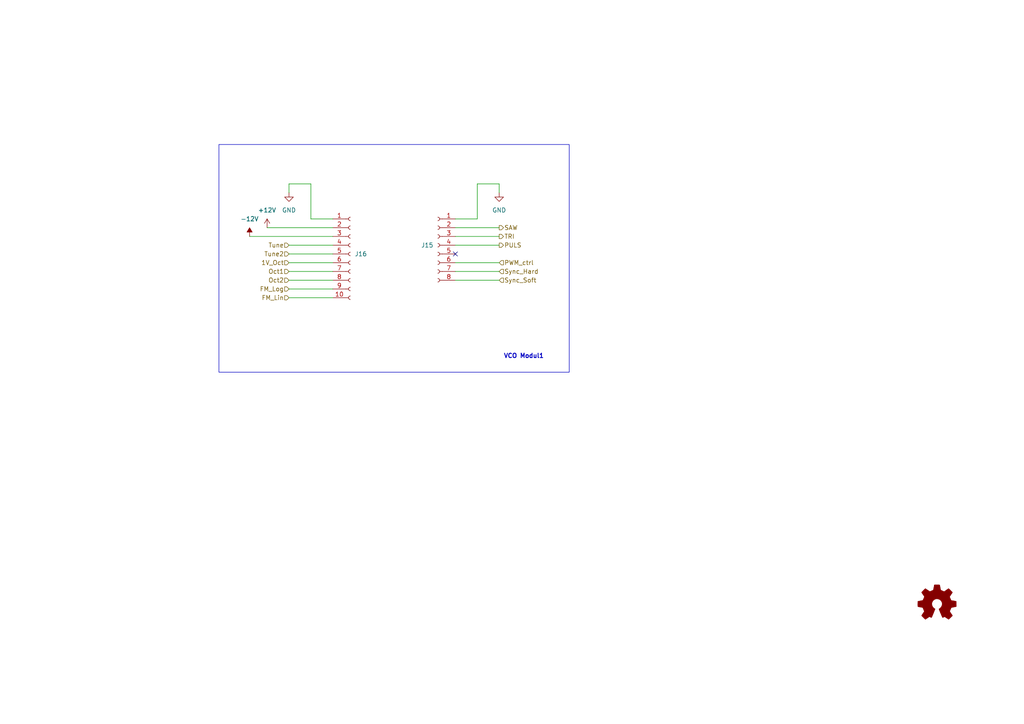
<source format=kicad_sch>
(kicad_sch (version 20230121) (generator eeschema)

  (uuid 901bff12-052e-4ac8-802d-37d12192a10c)

  (paper "A4")

  (title_block
    (title "2MoreVO")
    (date "2024-07-09")
    (rev "1.0")
    (company "ImooDi")
    (comment 1 "CC BY-NC-SA")
  )

  (lib_symbols
    (symbol "Graphic:Logo_Open_Hardware_Small" (in_bom no) (on_board no)
      (property "Reference" "#SYM" (at 0 6.985 0)
        (effects (font (size 1.27 1.27)) hide)
      )
      (property "Value" "Logo_Open_Hardware_Small" (at 0 -5.715 0)
        (effects (font (size 1.27 1.27)) hide)
      )
      (property "Footprint" "" (at 0 0 0)
        (effects (font (size 1.27 1.27)) hide)
      )
      (property "Datasheet" "~" (at 0 0 0)
        (effects (font (size 1.27 1.27)) hide)
      )
      (property "Sim.Enable" "0" (at 0 0 0)
        (effects (font (size 1.27 1.27)) hide)
      )
      (property "ki_keywords" "Logo" (at 0 0 0)
        (effects (font (size 1.27 1.27)) hide)
      )
      (property "ki_description" "Open Hardware logo, small" (at 0 0 0)
        (effects (font (size 1.27 1.27)) hide)
      )
      (symbol "Logo_Open_Hardware_Small_0_1"
        (polyline
          (pts
            (xy 3.3528 -4.3434)
            (xy 3.302 -4.318)
            (xy 3.175 -4.2418)
            (xy 2.9972 -4.1148)
            (xy 2.7686 -3.9624)
            (xy 2.54 -3.81)
            (xy 2.3622 -3.7084)
            (xy 2.2352 -3.6068)
            (xy 2.1844 -3.5814)
            (xy 2.159 -3.6068)
            (xy 2.0574 -3.6576)
            (xy 1.905 -3.7338)
            (xy 1.8034 -3.7846)
            (xy 1.6764 -3.8354)
            (xy 1.6002 -3.8354)
            (xy 1.6002 -3.8354)
            (xy 1.5494 -3.7338)
            (xy 1.4732 -3.5306)
            (xy 1.3462 -3.302)
            (xy 1.2446 -3.0226)
            (xy 1.1176 -2.7178)
            (xy 0.9652 -2.413)
            (xy 0.8636 -2.1082)
            (xy 0.7366 -1.8288)
            (xy 0.6604 -1.6256)
            (xy 0.6096 -1.4732)
            (xy 0.5842 -1.397)
            (xy 0.5842 -1.397)
            (xy 0.6604 -1.3208)
            (xy 0.7874 -1.2446)
            (xy 1.0414 -1.016)
            (xy 1.2954 -0.6858)
            (xy 1.4478 -0.3302)
            (xy 1.524 0.0762)
            (xy 1.4732 0.4572)
            (xy 1.3208 0.8128)
            (xy 1.0668 1.143)
            (xy 0.762 1.3716)
            (xy 0.4064 1.524)
            (xy 0 1.5748)
            (xy -0.381 1.5494)
            (xy -0.7366 1.397)
            (xy -1.0668 1.143)
            (xy -1.2192 0.9906)
            (xy -1.397 0.6604)
            (xy -1.524 0.3048)
            (xy -1.524 0.2286)
            (xy -1.4986 -0.1778)
            (xy -1.397 -0.5334)
            (xy -1.1938 -0.8636)
            (xy -0.9144 -1.143)
            (xy -0.8636 -1.1684)
            (xy -0.7366 -1.27)
            (xy -0.635 -1.3462)
            (xy -0.5842 -1.397)
            (xy -1.0668 -2.5908)
            (xy -1.143 -2.794)
            (xy -1.2954 -3.1242)
            (xy -1.397 -3.4036)
            (xy -1.4986 -3.6322)
            (xy -1.5748 -3.7846)
            (xy -1.6002 -3.8354)
            (xy -1.6002 -3.8354)
            (xy -1.651 -3.8354)
            (xy -1.7272 -3.81)
            (xy -1.905 -3.7338)
            (xy -2.0066 -3.683)
            (xy -2.1336 -3.6068)
            (xy -2.2098 -3.5814)
            (xy -2.2606 -3.6068)
            (xy -2.3622 -3.683)
            (xy -2.54 -3.81)
            (xy -2.7686 -3.9624)
            (xy -2.9718 -4.0894)
            (xy -3.1496 -4.2164)
            (xy -3.302 -4.318)
            (xy -3.3528 -4.3434)
            (xy -3.3782 -4.3434)
            (xy -3.429 -4.318)
            (xy -3.5306 -4.2164)
            (xy -3.7084 -4.064)
            (xy -3.937 -3.8354)
            (xy -3.9624 -3.81)
            (xy -4.1656 -3.6068)
            (xy -4.318 -3.4544)
            (xy -4.4196 -3.3274)
            (xy -4.445 -3.2766)
            (xy -4.445 -3.2766)
            (xy -4.4196 -3.2258)
            (xy -4.318 -3.0734)
            (xy -4.2164 -2.8956)
            (xy -4.064 -2.667)
            (xy -3.6576 -2.0828)
            (xy -3.8862 -1.5494)
            (xy -3.937 -1.3716)
            (xy -4.0386 -1.1684)
            (xy -4.0894 -1.0414)
            (xy -4.1148 -0.9652)
            (xy -4.191 -0.9398)
            (xy -4.318 -0.9144)
            (xy -4.5466 -0.8636)
            (xy -4.8006 -0.8128)
            (xy -5.0546 -0.7874)
            (xy -5.2578 -0.7366)
            (xy -5.4356 -0.7112)
            (xy -5.5118 -0.6858)
            (xy -5.5118 -0.6858)
            (xy -5.5372 -0.635)
            (xy -5.5372 -0.5588)
            (xy -5.5372 -0.4318)
            (xy -5.5626 -0.2286)
            (xy -5.5626 0.0762)
            (xy -5.5626 0.127)
            (xy -5.5372 0.4064)
            (xy -5.5372 0.635)
            (xy -5.5372 0.762)
            (xy -5.5372 0.8382)
            (xy -5.5372 0.8382)
            (xy -5.461 0.8382)
            (xy -5.3086 0.889)
            (xy -5.08 0.9144)
            (xy -4.826 0.9652)
            (xy -4.8006 0.9906)
            (xy -4.5466 1.0414)
            (xy -4.318 1.0668)
            (xy -4.1656 1.1176)
            (xy -4.0894 1.143)
            (xy -4.0894 1.143)
            (xy -4.0386 1.2446)
            (xy -3.9624 1.4224)
            (xy -3.8608 1.6256)
            (xy -3.7846 1.8288)
            (xy -3.7084 2.0066)
            (xy -3.6576 2.159)
            (xy -3.6322 2.2098)
            (xy -3.6322 2.2098)
            (xy -3.683 2.286)
            (xy -3.7592 2.413)
            (xy -3.8862 2.5908)
            (xy -4.064 2.8194)
            (xy -4.064 2.8448)
            (xy -4.2164 3.0734)
            (xy -4.3434 3.2512)
            (xy -4.4196 3.3782)
            (xy -4.445 3.4544)
            (xy -4.445 3.4544)
            (xy -4.3942 3.5052)
            (xy -4.2926 3.6322)
            (xy -4.1148 3.81)
            (xy -3.937 4.0132)
            (xy -3.8608 4.064)
            (xy -3.6576 4.2926)
            (xy -3.5052 4.4196)
            (xy -3.4036 4.4958)
            (xy -3.3528 4.5212)
            (xy -3.3528 4.5212)
            (xy -3.302 4.4704)
            (xy -3.1496 4.3688)
            (xy -2.9718 4.2418)
            (xy -2.7432 4.0894)
            (xy -2.7178 4.0894)
            (xy -2.4892 3.937)
            (xy -2.3114 3.81)
            (xy -2.1844 3.7084)
            (xy -2.1336 3.683)
            (xy -2.1082 3.683)
            (xy -2.032 3.7084)
            (xy -1.8542 3.7592)
            (xy -1.6764 3.8354)
            (xy -1.4732 3.937)
            (xy -1.27 4.0132)
            (xy -1.143 4.064)
            (xy -1.0668 4.1148)
            (xy -1.0668 4.1148)
            (xy -1.0414 4.191)
            (xy -1.016 4.3434)
            (xy -0.9652 4.572)
            (xy -0.9144 4.8514)
            (xy -0.889 4.9022)
            (xy -0.8382 5.1562)
            (xy -0.8128 5.3848)
            (xy -0.7874 5.5372)
            (xy -0.762 5.588)
            (xy -0.7112 5.6134)
            (xy -0.5842 5.6134)
            (xy -0.4064 5.6134)
            (xy -0.1524 5.6134)
            (xy 0.0762 5.6134)
            (xy 0.3302 5.6134)
            (xy 0.5334 5.6134)
            (xy 0.6858 5.588)
            (xy 0.7366 5.588)
            (xy 0.7366 5.588)
            (xy 0.762 5.5118)
            (xy 0.8128 5.334)
            (xy 0.8382 5.1054)
            (xy 0.9144 4.826)
            (xy 0.9144 4.7752)
            (xy 0.9652 4.5212)
            (xy 1.016 4.2926)
            (xy 1.0414 4.1402)
            (xy 1.0668 4.0894)
            (xy 1.0668 4.0894)
            (xy 1.1938 4.0386)
            (xy 1.3716 3.9624)
            (xy 1.5748 3.8608)
            (xy 2.0828 3.6576)
            (xy 2.7178 4.0894)
            (xy 2.7686 4.1402)
            (xy 2.9972 4.2926)
            (xy 3.175 4.4196)
            (xy 3.302 4.4958)
            (xy 3.3782 4.5212)
            (xy 3.3782 4.5212)
            (xy 3.429 4.4704)
            (xy 3.556 4.3434)
            (xy 3.7338 4.191)
            (xy 3.9116 3.9878)
            (xy 4.064 3.8354)
            (xy 4.2418 3.6576)
            (xy 4.3434 3.556)
            (xy 4.4196 3.4798)
            (xy 4.4196 3.429)
            (xy 4.4196 3.4036)
            (xy 4.3942 3.3274)
            (xy 4.2926 3.2004)
            (xy 4.1656 2.9972)
            (xy 4.0132 2.794)
            (xy 3.8862 2.5908)
            (xy 3.7592 2.3876)
            (xy 3.6576 2.2352)
            (xy 3.6322 2.159)
            (xy 3.6322 2.1336)
            (xy 3.683 2.0066)
            (xy 3.7592 1.8288)
            (xy 3.8608 1.6002)
            (xy 4.064 1.1176)
            (xy 4.3942 1.0414)
            (xy 4.5974 1.016)
            (xy 4.8768 0.9652)
            (xy 5.1308 0.9144)
            (xy 5.5372 0.8382)
            (xy 5.5626 -0.6604)
            (xy 5.4864 -0.6858)
            (xy 5.4356 -0.6858)
            (xy 5.2832 -0.7366)
            (xy 5.0546 -0.762)
            (xy 4.8006 -0.8128)
            (xy 4.5974 -0.8636)
            (xy 4.3688 -0.9144)
            (xy 4.2164 -0.9398)
            (xy 4.1402 -0.9398)
            (xy 4.1148 -0.9652)
            (xy 4.064 -1.0668)
            (xy 3.9878 -1.2446)
            (xy 3.9116 -1.4478)
            (xy 3.81 -1.651)
            (xy 3.7338 -1.8542)
            (xy 3.683 -2.0066)
            (xy 3.6576 -2.0828)
            (xy 3.683 -2.1336)
            (xy 3.7846 -2.2606)
            (xy 3.8862 -2.4638)
            (xy 4.0386 -2.667)
            (xy 4.191 -2.8956)
            (xy 4.318 -3.0734)
            (xy 4.3942 -3.2004)
            (xy 4.445 -3.2766)
            (xy 4.4196 -3.3274)
            (xy 4.3434 -3.429)
            (xy 4.1656 -3.5814)
            (xy 3.937 -3.8354)
            (xy 3.8862 -3.8608)
            (xy 3.683 -4.064)
            (xy 3.5306 -4.2164)
            (xy 3.4036 -4.318)
            (xy 3.3528 -4.3434)
          )
          (stroke (width 0) (type default))
          (fill (type outline))
        )
      )
    )
    (symbol "Library:Conn_01x08_Socket" (pin_names (offset 1.016) hide) (in_bom yes) (on_board yes)
      (property "Reference" "J" (at 0 10.16 0)
        (effects (font (size 1.27 1.27)))
      )
      (property "Value" "Conn_01x08_Socket" (at 0 -12.7 0)
        (effects (font (size 1.27 1.27)))
      )
      (property "Footprint" "" (at 0 0 0)
        (effects (font (size 1.27 1.27)) hide)
      )
      (property "Datasheet" "~" (at 0 0 0)
        (effects (font (size 1.27 1.27)) hide)
      )
      (property "ki_locked" "" (at 0 0 0)
        (effects (font (size 1.27 1.27)))
      )
      (property "ki_keywords" "connector" (at 0 0 0)
        (effects (font (size 1.27 1.27)) hide)
      )
      (property "ki_description" "Generic connector, single row, 01x08, script generated" (at 0 0 0)
        (effects (font (size 1.27 1.27)) hide)
      )
      (property "ki_fp_filters" "Connector*:*_1x??_*" (at 0 0 0)
        (effects (font (size 1.27 1.27)) hide)
      )
      (symbol "Conn_01x08_Socket_1_1"
        (arc (start 0 -9.652) (mid -0.5058 -10.16) (end 0 -10.668)
          (stroke (width 0.1524) (type default))
          (fill (type none))
        )
        (arc (start 0 -7.112) (mid -0.5058 -7.62) (end 0 -8.128)
          (stroke (width 0.1524) (type default))
          (fill (type none))
        )
        (arc (start 0 -4.572) (mid -0.5058 -5.08) (end 0 -5.588)
          (stroke (width 0.1524) (type default))
          (fill (type none))
        )
        (arc (start 0 -2.032) (mid -0.5058 -2.54) (end 0 -3.048)
          (stroke (width 0.1524) (type default))
          (fill (type none))
        )
        (polyline
          (pts
            (xy -1.27 -10.16)
            (xy -0.508 -10.16)
          )
          (stroke (width 0.1524) (type default))
          (fill (type none))
        )
        (polyline
          (pts
            (xy -1.27 -7.62)
            (xy -0.508 -7.62)
          )
          (stroke (width 0.1524) (type default))
          (fill (type none))
        )
        (polyline
          (pts
            (xy -1.27 -5.08)
            (xy -0.508 -5.08)
          )
          (stroke (width 0.1524) (type default))
          (fill (type none))
        )
        (polyline
          (pts
            (xy -1.27 -2.54)
            (xy -0.508 -2.54)
          )
          (stroke (width 0.1524) (type default))
          (fill (type none))
        )
        (polyline
          (pts
            (xy -1.27 0)
            (xy -0.508 0)
          )
          (stroke (width 0.1524) (type default))
          (fill (type none))
        )
        (polyline
          (pts
            (xy -1.27 2.54)
            (xy -0.508 2.54)
          )
          (stroke (width 0.1524) (type default))
          (fill (type none))
        )
        (polyline
          (pts
            (xy -1.27 5.08)
            (xy -0.508 5.08)
          )
          (stroke (width 0.1524) (type default))
          (fill (type none))
        )
        (polyline
          (pts
            (xy -1.27 7.62)
            (xy -0.508 7.62)
          )
          (stroke (width 0.1524) (type default))
          (fill (type none))
        )
        (arc (start 0 0.508) (mid -0.5058 0) (end 0 -0.508)
          (stroke (width 0.1524) (type default))
          (fill (type none))
        )
        (arc (start 0 3.048) (mid -0.5058 2.54) (end 0 2.032)
          (stroke (width 0.1524) (type default))
          (fill (type none))
        )
        (arc (start 0 5.588) (mid -0.5058 5.08) (end 0 4.572)
          (stroke (width 0.1524) (type default))
          (fill (type none))
        )
        (arc (start 0 8.128) (mid -0.5058 7.62) (end 0 7.112)
          (stroke (width 0.1524) (type default))
          (fill (type none))
        )
        (pin passive line (at -5.08 7.62 0) (length 3.81)
          (name "Pin_1" (effects (font (size 1.27 1.27))))
          (number "1" (effects (font (size 1.27 1.27))))
        )
        (pin passive line (at -5.08 5.08 0) (length 3.81)
          (name "Pin_2" (effects (font (size 1.27 1.27))))
          (number "2" (effects (font (size 1.27 1.27))))
        )
        (pin passive line (at -5.08 2.54 0) (length 3.81)
          (name "Pin_3" (effects (font (size 1.27 1.27))))
          (number "3" (effects (font (size 1.27 1.27))))
        )
        (pin passive line (at -5.08 0 0) (length 3.81)
          (name "Pin_4" (effects (font (size 1.27 1.27))))
          (number "4" (effects (font (size 1.27 1.27))))
        )
        (pin passive line (at -5.08 -2.54 0) (length 3.81)
          (name "Pin_5" (effects (font (size 1.27 1.27))))
          (number "5" (effects (font (size 1.27 1.27))))
        )
        (pin passive line (at -5.08 -5.08 0) (length 3.81)
          (name "Pin_6" (effects (font (size 1.27 1.27))))
          (number "6" (effects (font (size 1.27 1.27))))
        )
        (pin passive line (at -5.08 -7.62 0) (length 3.81)
          (name "Pin_7" (effects (font (size 1.27 1.27))))
          (number "7" (effects (font (size 1.27 1.27))))
        )
        (pin passive line (at -5.08 -10.16 0) (length 3.81)
          (name "Pin_8" (effects (font (size 1.27 1.27))))
          (number "8" (effects (font (size 1.27 1.27))))
        )
      )
    )
    (symbol "Library:Conn_01x10_Socket" (pin_names (offset 1.016) hide) (in_bom yes) (on_board yes)
      (property "Reference" "J" (at 0 12.7 0)
        (effects (font (size 1.27 1.27)))
      )
      (property "Value" "Conn_01x10_Socket" (at 0 -15.24 0)
        (effects (font (size 1.27 1.27)))
      )
      (property "Footprint" "" (at 0 0 0)
        (effects (font (size 1.27 1.27)) hide)
      )
      (property "Datasheet" "~" (at 0 0 0)
        (effects (font (size 1.27 1.27)) hide)
      )
      (property "ki_locked" "" (at 0 0 0)
        (effects (font (size 1.27 1.27)))
      )
      (property "ki_keywords" "connector" (at 0 0 0)
        (effects (font (size 1.27 1.27)) hide)
      )
      (property "ki_description" "Generic connector, single row, 01x10, script generated" (at 0 0 0)
        (effects (font (size 1.27 1.27)) hide)
      )
      (property "ki_fp_filters" "Connector*:*_1x??_*" (at 0 0 0)
        (effects (font (size 1.27 1.27)) hide)
      )
      (symbol "Conn_01x10_Socket_1_1"
        (arc (start 0 -12.192) (mid -0.5058 -12.7) (end 0 -13.208)
          (stroke (width 0.1524) (type default))
          (fill (type none))
        )
        (arc (start 0 -9.652) (mid -0.5058 -10.16) (end 0 -10.668)
          (stroke (width 0.1524) (type default))
          (fill (type none))
        )
        (arc (start 0 -7.112) (mid -0.5058 -7.62) (end 0 -8.128)
          (stroke (width 0.1524) (type default))
          (fill (type none))
        )
        (arc (start 0 -4.572) (mid -0.5058 -5.08) (end 0 -5.588)
          (stroke (width 0.1524) (type default))
          (fill (type none))
        )
        (arc (start 0 -2.032) (mid -0.5058 -2.54) (end 0 -3.048)
          (stroke (width 0.1524) (type default))
          (fill (type none))
        )
        (polyline
          (pts
            (xy -1.27 -12.7)
            (xy -0.508 -12.7)
          )
          (stroke (width 0.1524) (type default))
          (fill (type none))
        )
        (polyline
          (pts
            (xy -1.27 -10.16)
            (xy -0.508 -10.16)
          )
          (stroke (width 0.1524) (type default))
          (fill (type none))
        )
        (polyline
          (pts
            (xy -1.27 -7.62)
            (xy -0.508 -7.62)
          )
          (stroke (width 0.1524) (type default))
          (fill (type none))
        )
        (polyline
          (pts
            (xy -1.27 -5.08)
            (xy -0.508 -5.08)
          )
          (stroke (width 0.1524) (type default))
          (fill (type none))
        )
        (polyline
          (pts
            (xy -1.27 -2.54)
            (xy -0.508 -2.54)
          )
          (stroke (width 0.1524) (type default))
          (fill (type none))
        )
        (polyline
          (pts
            (xy -1.27 0)
            (xy -0.508 0)
          )
          (stroke (width 0.1524) (type default))
          (fill (type none))
        )
        (polyline
          (pts
            (xy -1.27 2.54)
            (xy -0.508 2.54)
          )
          (stroke (width 0.1524) (type default))
          (fill (type none))
        )
        (polyline
          (pts
            (xy -1.27 5.08)
            (xy -0.508 5.08)
          )
          (stroke (width 0.1524) (type default))
          (fill (type none))
        )
        (polyline
          (pts
            (xy -1.27 7.62)
            (xy -0.508 7.62)
          )
          (stroke (width 0.1524) (type default))
          (fill (type none))
        )
        (polyline
          (pts
            (xy -1.27 10.16)
            (xy -0.508 10.16)
          )
          (stroke (width 0.1524) (type default))
          (fill (type none))
        )
        (arc (start 0 0.508) (mid -0.5058 0) (end 0 -0.508)
          (stroke (width 0.1524) (type default))
          (fill (type none))
        )
        (arc (start 0 3.048) (mid -0.5058 2.54) (end 0 2.032)
          (stroke (width 0.1524) (type default))
          (fill (type none))
        )
        (arc (start 0 5.588) (mid -0.5058 5.08) (end 0 4.572)
          (stroke (width 0.1524) (type default))
          (fill (type none))
        )
        (arc (start 0 8.128) (mid -0.5058 7.62) (end 0 7.112)
          (stroke (width 0.1524) (type default))
          (fill (type none))
        )
        (arc (start 0 10.668) (mid -0.5058 10.16) (end 0 9.652)
          (stroke (width 0.1524) (type default))
          (fill (type none))
        )
        (pin passive line (at -5.08 10.16 0) (length 3.81)
          (name "Pin_1" (effects (font (size 1.27 1.27))))
          (number "1" (effects (font (size 1.27 1.27))))
        )
        (pin passive line (at -5.08 -12.7 0) (length 3.81)
          (name "Pin_10" (effects (font (size 1.27 1.27))))
          (number "10" (effects (font (size 1.27 1.27))))
        )
        (pin passive line (at -5.08 7.62 0) (length 3.81)
          (name "Pin_2" (effects (font (size 1.27 1.27))))
          (number "2" (effects (font (size 1.27 1.27))))
        )
        (pin passive line (at -5.08 5.08 0) (length 3.81)
          (name "Pin_3" (effects (font (size 1.27 1.27))))
          (number "3" (effects (font (size 1.27 1.27))))
        )
        (pin passive line (at -5.08 2.54 0) (length 3.81)
          (name "Pin_4" (effects (font (size 1.27 1.27))))
          (number "4" (effects (font (size 1.27 1.27))))
        )
        (pin passive line (at -5.08 0 0) (length 3.81)
          (name "Pin_5" (effects (font (size 1.27 1.27))))
          (number "5" (effects (font (size 1.27 1.27))))
        )
        (pin passive line (at -5.08 -2.54 0) (length 3.81)
          (name "Pin_6" (effects (font (size 1.27 1.27))))
          (number "6" (effects (font (size 1.27 1.27))))
        )
        (pin passive line (at -5.08 -5.08 0) (length 3.81)
          (name "Pin_7" (effects (font (size 1.27 1.27))))
          (number "7" (effects (font (size 1.27 1.27))))
        )
        (pin passive line (at -5.08 -7.62 0) (length 3.81)
          (name "Pin_8" (effects (font (size 1.27 1.27))))
          (number "8" (effects (font (size 1.27 1.27))))
        )
        (pin passive line (at -5.08 -10.16 0) (length 3.81)
          (name "Pin_9" (effects (font (size 1.27 1.27))))
          (number "9" (effects (font (size 1.27 1.27))))
        )
      )
    )
    (symbol "power:+12V" (power) (pin_names (offset 0)) (in_bom yes) (on_board yes)
      (property "Reference" "#PWR" (at 0 -3.81 0)
        (effects (font (size 1.27 1.27)) hide)
      )
      (property "Value" "+12V" (at 0 3.556 0)
        (effects (font (size 1.27 1.27)))
      )
      (property "Footprint" "" (at 0 0 0)
        (effects (font (size 1.27 1.27)) hide)
      )
      (property "Datasheet" "" (at 0 0 0)
        (effects (font (size 1.27 1.27)) hide)
      )
      (property "ki_keywords" "global power" (at 0 0 0)
        (effects (font (size 1.27 1.27)) hide)
      )
      (property "ki_description" "Power symbol creates a global label with name \"+12V\"" (at 0 0 0)
        (effects (font (size 1.27 1.27)) hide)
      )
      (symbol "+12V_0_1"
        (polyline
          (pts
            (xy -0.762 1.27)
            (xy 0 2.54)
          )
          (stroke (width 0) (type default))
          (fill (type none))
        )
        (polyline
          (pts
            (xy 0 0)
            (xy 0 2.54)
          )
          (stroke (width 0) (type default))
          (fill (type none))
        )
        (polyline
          (pts
            (xy 0 2.54)
            (xy 0.762 1.27)
          )
          (stroke (width 0) (type default))
          (fill (type none))
        )
      )
      (symbol "+12V_1_1"
        (pin power_in line (at 0 0 90) (length 0) hide
          (name "+12V" (effects (font (size 1.27 1.27))))
          (number "1" (effects (font (size 1.27 1.27))))
        )
      )
    )
    (symbol "power:-12V" (power) (pin_names (offset 0)) (in_bom yes) (on_board yes)
      (property "Reference" "#PWR" (at 0 2.54 0)
        (effects (font (size 1.27 1.27)) hide)
      )
      (property "Value" "-12V" (at 0 3.81 0)
        (effects (font (size 1.27 1.27)))
      )
      (property "Footprint" "" (at 0 0 0)
        (effects (font (size 1.27 1.27)) hide)
      )
      (property "Datasheet" "" (at 0 0 0)
        (effects (font (size 1.27 1.27)) hide)
      )
      (property "ki_keywords" "global power" (at 0 0 0)
        (effects (font (size 1.27 1.27)) hide)
      )
      (property "ki_description" "Power symbol creates a global label with name \"-12V\"" (at 0 0 0)
        (effects (font (size 1.27 1.27)) hide)
      )
      (symbol "-12V_0_0"
        (pin power_in line (at 0 0 90) (length 0) hide
          (name "-12V" (effects (font (size 1.27 1.27))))
          (number "1" (effects (font (size 1.27 1.27))))
        )
      )
      (symbol "-12V_0_1"
        (polyline
          (pts
            (xy 0 0)
            (xy 0 1.27)
            (xy 0.762 1.27)
            (xy 0 2.54)
            (xy -0.762 1.27)
            (xy 0 1.27)
          )
          (stroke (width 0) (type default))
          (fill (type outline))
        )
      )
    )
    (symbol "power:GND" (power) (pin_names (offset 0)) (in_bom yes) (on_board yes)
      (property "Reference" "#PWR" (at 0 -6.35 0)
        (effects (font (size 1.27 1.27)) hide)
      )
      (property "Value" "GND" (at 0 -3.81 0)
        (effects (font (size 1.27 1.27)))
      )
      (property "Footprint" "" (at 0 0 0)
        (effects (font (size 1.27 1.27)) hide)
      )
      (property "Datasheet" "" (at 0 0 0)
        (effects (font (size 1.27 1.27)) hide)
      )
      (property "ki_keywords" "global power" (at 0 0 0)
        (effects (font (size 1.27 1.27)) hide)
      )
      (property "ki_description" "Power symbol creates a global label with name \"GND\" , ground" (at 0 0 0)
        (effects (font (size 1.27 1.27)) hide)
      )
      (symbol "GND_0_1"
        (polyline
          (pts
            (xy 0 0)
            (xy 0 -1.27)
            (xy 1.27 -1.27)
            (xy 0 -2.54)
            (xy -1.27 -1.27)
            (xy 0 -1.27)
          )
          (stroke (width 0) (type default))
          (fill (type none))
        )
      )
      (symbol "GND_1_1"
        (pin power_in line (at 0 0 270) (length 0) hide
          (name "GND" (effects (font (size 1.27 1.27))))
          (number "1" (effects (font (size 1.27 1.27))))
        )
      )
    )
  )


  (no_connect (at 132.08 73.66) (uuid f5c75713-abcf-4229-94c6-7ba21c83ec16))

  (wire (pts (xy 72.39 68.58) (xy 96.52 68.58))
    (stroke (width 0) (type default))
    (uuid 001da9b4-b4cf-49ab-9fce-52a78ee6ad9a)
  )
  (wire (pts (xy 96.52 63.5) (xy 90.17 63.5))
    (stroke (width 0) (type default))
    (uuid 089e6063-6909-4bd2-b34e-4dfe4f6946e7)
  )
  (wire (pts (xy 132.08 76.2) (xy 144.78 76.2))
    (stroke (width 0) (type default))
    (uuid 0a45322b-8a82-4118-8839-48606dfb49a6)
  )
  (wire (pts (xy 83.82 73.66) (xy 96.52 73.66))
    (stroke (width 0) (type default))
    (uuid 127a15f6-bc29-4cb3-8616-322750bb2d13)
  )
  (wire (pts (xy 83.82 83.82) (xy 96.52 83.82))
    (stroke (width 0) (type default))
    (uuid 17f24de9-6ed5-4525-9459-441428bcdb5b)
  )
  (wire (pts (xy 83.82 86.36) (xy 96.52 86.36))
    (stroke (width 0) (type default))
    (uuid 1df8f654-980a-4b4a-a475-ddc8cf130499)
  )
  (wire (pts (xy 132.08 81.28) (xy 144.78 81.28))
    (stroke (width 0) (type default))
    (uuid 1eeb8561-2769-47c1-86ff-1d53c7c6a8f9)
  )
  (wire (pts (xy 77.47 66.04) (xy 96.52 66.04))
    (stroke (width 0) (type default))
    (uuid 2829ba7a-a53e-46a7-892f-f1a33691ec3c)
  )
  (wire (pts (xy 83.82 76.2) (xy 96.52 76.2))
    (stroke (width 0) (type default))
    (uuid 301974b2-462a-49fc-9a09-224e893a3d1e)
  )
  (wire (pts (xy 132.08 71.12) (xy 144.78 71.12))
    (stroke (width 0) (type default))
    (uuid 45c0c70b-ff3d-40cd-8b08-f21c648043a6)
  )
  (wire (pts (xy 90.17 63.5) (xy 90.17 53.34))
    (stroke (width 0) (type default))
    (uuid 51fd5367-2357-44eb-8962-197436e625e1)
  )
  (wire (pts (xy 132.08 66.04) (xy 144.78 66.04))
    (stroke (width 0) (type default))
    (uuid 64c3598c-daca-46f0-a02c-19fd4781a350)
  )
  (wire (pts (xy 144.78 53.34) (xy 144.78 55.88))
    (stroke (width 0) (type default))
    (uuid 8275ecf2-1e83-45f1-908b-a9823adfad43)
  )
  (wire (pts (xy 83.82 71.12) (xy 96.52 71.12))
    (stroke (width 0) (type default))
    (uuid 8b36b2b4-fbbf-42ac-a977-d6aeee704465)
  )
  (wire (pts (xy 132.08 63.5) (xy 138.43 63.5))
    (stroke (width 0) (type default))
    (uuid be4230d4-5fbc-4084-a456-4ab9f4f0f574)
  )
  (wire (pts (xy 138.43 63.5) (xy 138.43 53.34))
    (stroke (width 0) (type default))
    (uuid be81d146-d2d7-4d8b-85af-51e3335a4111)
  )
  (wire (pts (xy 83.82 53.34) (xy 83.82 55.88))
    (stroke (width 0) (type default))
    (uuid cd35d06a-e070-40b7-baeb-d8104ea59646)
  )
  (wire (pts (xy 90.17 53.34) (xy 83.82 53.34))
    (stroke (width 0) (type default))
    (uuid d114435f-86e1-4550-9dbc-6e1220583828)
  )
  (wire (pts (xy 83.82 81.28) (xy 96.52 81.28))
    (stroke (width 0) (type default))
    (uuid e1e395a3-5c50-4134-806d-95e350ff1552)
  )
  (wire (pts (xy 83.82 78.74) (xy 96.52 78.74))
    (stroke (width 0) (type default))
    (uuid e3a86461-922e-4bed-8015-36cd4773d63f)
  )
  (wire (pts (xy 132.08 78.74) (xy 144.78 78.74))
    (stroke (width 0) (type default))
    (uuid e96e76cc-8efe-4865-93e9-09361a2fb7a5)
  )
  (wire (pts (xy 138.43 53.34) (xy 144.78 53.34))
    (stroke (width 0) (type default))
    (uuid f6a99e2e-d1bc-492d-bf57-2b4be986e40f)
  )
  (wire (pts (xy 132.08 68.58) (xy 144.78 68.58))
    (stroke (width 0) (type default))
    (uuid f717e81d-aee1-466a-8cab-3d59ea7c501f)
  )

  (rectangle (start 63.5 41.91) (end 165.1 107.95)
    (stroke (width 0) (type default))
    (fill (type none))
    (uuid 2de15d74-666a-4f25-bcd4-8139743d6e97)
  )

  (text "VCO Modul1" (at 146.05 104.14 0)
    (effects (font (size 1.27 1.27) bold) (justify left bottom))
    (uuid e4b7896d-5b3c-462e-a52a-b34282853e7f)
  )

  (hierarchical_label "Sync_Hard" (shape input) (at 144.78 78.74 0) (fields_autoplaced)
    (effects (font (size 1.27 1.27)) (justify left))
    (uuid 0f934c4f-cd15-4203-b6b4-3e70e5dd4ae9)
  )
  (hierarchical_label "1V_Oct" (shape input) (at 83.82 76.2 180) (fields_autoplaced)
    (effects (font (size 1.27 1.27)) (justify right))
    (uuid 23f2fa2e-8305-41b9-8ed0-e5bf5500ea39)
  )
  (hierarchical_label "SAW" (shape output) (at 144.78 66.04 0) (fields_autoplaced)
    (effects (font (size 1.27 1.27)) (justify left))
    (uuid 26ddac43-4097-492f-a6d3-0313d83bed61)
  )
  (hierarchical_label "Sync_Soft" (shape input) (at 144.78 81.28 0) (fields_autoplaced)
    (effects (font (size 1.27 1.27)) (justify left))
    (uuid 35319c53-eefc-489e-b1ae-fe58f47d4570)
  )
  (hierarchical_label "FM_Log" (shape input) (at 83.82 83.82 180) (fields_autoplaced)
    (effects (font (size 1.27 1.27)) (justify right))
    (uuid 583ed4ce-1bf0-4dff-bd58-f14c95cd32ea)
  )
  (hierarchical_label "Tune2" (shape input) (at 83.82 73.66 180) (fields_autoplaced)
    (effects (font (size 1.27 1.27)) (justify right))
    (uuid 7644247f-ef5f-4753-8df3-c81d753bb97b)
  )
  (hierarchical_label "Oct1" (shape input) (at 83.82 78.74 180) (fields_autoplaced)
    (effects (font (size 1.27 1.27)) (justify right))
    (uuid 786ea415-bb76-44cc-81ba-7a19ef81b83d)
  )
  (hierarchical_label "FM_Lin" (shape input) (at 83.82 86.36 180) (fields_autoplaced)
    (effects (font (size 1.27 1.27)) (justify right))
    (uuid 78ecd305-0aea-4d40-bb88-4bb586ed3493)
  )
  (hierarchical_label "PULS" (shape output) (at 144.78 71.12 0) (fields_autoplaced)
    (effects (font (size 1.27 1.27)) (justify left))
    (uuid 9350c6b0-3460-41a5-a1b2-cb1a22a71eac)
  )
  (hierarchical_label "Tune" (shape input) (at 83.82 71.12 180) (fields_autoplaced)
    (effects (font (size 1.27 1.27)) (justify right))
    (uuid 952177ee-75ba-4cb2-afc3-d5a973ffa4f9)
  )
  (hierarchical_label "Oct2" (shape input) (at 83.82 81.28 180) (fields_autoplaced)
    (effects (font (size 1.27 1.27)) (justify right))
    (uuid 9e78c572-04a0-475d-998a-55aeda26d706)
  )
  (hierarchical_label "PWM_ctrl" (shape input) (at 144.78 76.2 0) (fields_autoplaced)
    (effects (font (size 1.27 1.27)) (justify left))
    (uuid a7d7555a-5875-4847-a376-1e75d569bf69)
  )
  (hierarchical_label "TRI" (shape output) (at 144.78 68.58 0) (fields_autoplaced)
    (effects (font (size 1.27 1.27)) (justify left))
    (uuid ab25e488-72e2-4c76-8044-f9ce931f018a)
  )

  (symbol (lib_id "power:+12V") (at 77.47 66.04 0) (unit 1)
    (in_bom yes) (on_board yes) (dnp no) (fields_autoplaced)
    (uuid 0eb6235c-7919-4f99-b6b6-e8cda9515257)
    (property "Reference" "#PWR056" (at 77.47 69.85 0)
      (effects (font (size 1.27 1.27)) hide)
    )
    (property "Value" "+12V" (at 77.47 60.96 0)
      (effects (font (size 1.27 1.27)))
    )
    (property "Footprint" "" (at 77.47 66.04 0)
      (effects (font (size 1.27 1.27)) hide)
    )
    (property "Datasheet" "" (at 77.47 66.04 0)
      (effects (font (size 1.27 1.27)) hide)
    )
    (pin "1" (uuid c724d57f-b36c-455f-87b1-1ce0913e425d))
    (instances
      (project "2MoreVO"
        (path "/7f4ad635-7798-4811-9504-264912179fa8/3df34ac0-8396-4fbb-bbe0-68843a5205ab"
          (reference "#PWR056") (unit 1)
        )
      )
    )
  )

  (symbol (lib_id "power:-12V") (at 72.39 68.58 0) (unit 1)
    (in_bom yes) (on_board yes) (dnp no) (fields_autoplaced)
    (uuid 3947b7b4-6116-4190-9ed7-a69acf49804d)
    (property "Reference" "#PWR057" (at 72.39 66.04 0)
      (effects (font (size 1.27 1.27)) hide)
    )
    (property "Value" "-12V" (at 72.39 63.5 0)
      (effects (font (size 1.27 1.27)))
    )
    (property "Footprint" "" (at 72.39 68.58 0)
      (effects (font (size 1.27 1.27)) hide)
    )
    (property "Datasheet" "" (at 72.39 68.58 0)
      (effects (font (size 1.27 1.27)) hide)
    )
    (pin "1" (uuid 882cde80-14a6-491b-afbe-0977f59aea96))
    (instances
      (project "2MoreVO"
        (path "/7f4ad635-7798-4811-9504-264912179fa8/3df34ac0-8396-4fbb-bbe0-68843a5205ab"
          (reference "#PWR057") (unit 1)
        )
      )
    )
  )

  (symbol (lib_id "Library:Conn_01x10_Socket") (at 101.6 73.66 0) (unit 1)
    (in_bom yes) (on_board yes) (dnp no) (fields_autoplaced)
    (uuid 5a216b01-1084-4bc7-929b-d05dce7050c3)
    (property "Reference" "J16" (at 102.87 73.66 0)
      (effects (font (size 1.27 1.27)) (justify left))
    )
    (property "Value" "Conn_01x10_Socket" (at 102.87 76.2 0)
      (effects (font (size 1.27 1.27)) (justify left) hide)
    )
    (property "Footprint" "Connector_PinSocket_2.54mm:PinSocket_1x10_P2.54mm_Vertical" (at 101.6 73.66 0)
      (effects (font (size 1.27 1.27)) hide)
    )
    (property "Datasheet" "~" (at 101.6 73.66 0)
      (effects (font (size 1.27 1.27)) hide)
    )
    (pin "5" (uuid b22e2c3c-f887-4eb9-bd24-ca4319d77af9))
    (pin "8" (uuid 0acd7cb0-0a95-4fd3-a79c-60b314a29c40))
    (pin "10" (uuid 4cdb6197-f741-464c-969d-1c79fe72e2d3))
    (pin "1" (uuid e98c4001-80d5-414a-a842-87971555a116))
    (pin "3" (uuid b1c31d00-550d-44c6-8591-d09f02279864))
    (pin "7" (uuid 6aa1cd72-411e-49f4-9b6b-da6763fbb240))
    (pin "2" (uuid 133f2515-2730-4266-8583-7cb70e20158c))
    (pin "4" (uuid 134ee53f-6009-4fb1-83f0-0c0ce3350047))
    (pin "9" (uuid 6a3a034b-73f1-421e-8e5c-2af72116d081))
    (pin "6" (uuid f0e58083-019d-4509-a4a6-2cdc10d36def))
    (instances
      (project "2MoreVO"
        (path "/7f4ad635-7798-4811-9504-264912179fa8/3df34ac0-8396-4fbb-bbe0-68843a5205ab"
          (reference "J16") (unit 1)
        )
      )
    )
  )

  (symbol (lib_id "Graphic:Logo_Open_Hardware_Small") (at 271.78 175.26 0) (unit 1)
    (in_bom no) (on_board no) (dnp no) (fields_autoplaced)
    (uuid 66fc8218-4bd0-48d6-8a81-abde68f4b090)
    (property "Reference" "#SYM1" (at 271.78 168.275 0)
      (effects (font (size 1.27 1.27)) hide)
    )
    (property "Value" "Logo_Open_Hardware_Small" (at 271.78 180.975 0)
      (effects (font (size 1.27 1.27)) hide)
    )
    (property "Footprint" "" (at 271.78 175.26 0)
      (effects (font (size 1.27 1.27)) hide)
    )
    (property "Datasheet" "~" (at 271.78 175.26 0)
      (effects (font (size 1.27 1.27)) hide)
    )
    (property "Sim.Enable" "0" (at 271.78 175.26 0)
      (effects (font (size 1.27 1.27)) hide)
    )
    (instances
      (project "2MoreVO"
        (path "/7f4ad635-7798-4811-9504-264912179fa8"
          (reference "#SYM1") (unit 1)
        )
        (path "/7f4ad635-7798-4811-9504-264912179fa8/5cc9b6bf-e21e-46c4-8d8a-07c689ea68be"
          (reference "#SYM3") (unit 1)
        )
        (path "/7f4ad635-7798-4811-9504-264912179fa8/bc1f4e4f-9067-4839-b9e3-be4f455cfe4a"
          (reference "#SYM4") (unit 1)
        )
        (path "/7f4ad635-7798-4811-9504-264912179fa8/7e503ba2-cf35-4127-96a3-53e6432e6eac"
          (reference "#SYM5") (unit 1)
        )
        (path "/7f4ad635-7798-4811-9504-264912179fa8/5338ff03-65e2-41ca-ad5f-dae89e8a163b"
          (reference "#SYM6") (unit 1)
        )
        (path "/7f4ad635-7798-4811-9504-264912179fa8/19a248db-12ba-407d-8f06-49f3d285fb62"
          (reference "#SYM7") (unit 1)
        )
        (path "/7f4ad635-7798-4811-9504-264912179fa8/3df34ac0-8396-4fbb-bbe0-68843a5205ab"
          (reference "#SYM7") (unit 1)
        )
      )
    )
  )

  (symbol (lib_id "Library:Conn_01x08_Socket") (at 127 71.12 0) (mirror y) (unit 1)
    (in_bom yes) (on_board yes) (dnp no)
    (uuid 69926711-41ec-4669-a6c6-97ecf15f216f)
    (property "Reference" "J15" (at 125.73 71.12 0)
      (effects (font (size 1.27 1.27)) (justify left))
    )
    (property "Value" "Conn_01x08_Socket" (at 125.73 73.66 0)
      (effects (font (size 1.27 1.27)) (justify left) hide)
    )
    (property "Footprint" "Connector_PinSocket_2.54mm:PinSocket_1x08_P2.54mm_Vertical" (at 127 71.12 0)
      (effects (font (size 1.27 1.27)) hide)
    )
    (property "Datasheet" "~" (at 127 71.12 0)
      (effects (font (size 1.27 1.27)) hide)
    )
    (pin "3" (uuid 99f5584c-fd4d-464b-90f4-6c5dde7a07a7))
    (pin "5" (uuid 9fc06e93-1dbf-46bc-bd06-3d551cb5e4c9))
    (pin "1" (uuid db92ff7a-2a98-4b21-a972-ce466d559ce9))
    (pin "8" (uuid e66e594a-7e37-4c8f-be74-3bfef495fafd))
    (pin "4" (uuid d34a72f5-55c7-40a1-a13e-5a6cfa27bb49))
    (pin "7" (uuid ef5125c9-5c73-47f4-807f-d981641ae182))
    (pin "2" (uuid d60210c5-fbdb-45b8-a4da-7108b9b951c2))
    (pin "6" (uuid e27f80c4-eb41-48e4-8376-7650c9287e7f))
    (instances
      (project "2MoreVO"
        (path "/7f4ad635-7798-4811-9504-264912179fa8/3df34ac0-8396-4fbb-bbe0-68843a5205ab"
          (reference "J15") (unit 1)
        )
      )
    )
  )

  (symbol (lib_id "power:GND") (at 83.82 55.88 0) (unit 1)
    (in_bom yes) (on_board yes) (dnp no) (fields_autoplaced)
    (uuid 707fd6ca-6ca4-42be-a29c-fd3edfd33449)
    (property "Reference" "#PWR054" (at 83.82 62.23 0)
      (effects (font (size 1.27 1.27)) hide)
    )
    (property "Value" "GND" (at 83.82 60.96 0)
      (effects (font (size 1.27 1.27)))
    )
    (property "Footprint" "" (at 83.82 55.88 0)
      (effects (font (size 1.27 1.27)) hide)
    )
    (property "Datasheet" "" (at 83.82 55.88 0)
      (effects (font (size 1.27 1.27)) hide)
    )
    (pin "1" (uuid e5e322bb-19f8-483c-b6a2-8db8e4e4c6f4))
    (instances
      (project "2MoreVO"
        (path "/7f4ad635-7798-4811-9504-264912179fa8/3df34ac0-8396-4fbb-bbe0-68843a5205ab"
          (reference "#PWR054") (unit 1)
        )
      )
    )
  )

  (symbol (lib_id "power:GND") (at 144.78 55.88 0) (unit 1)
    (in_bom yes) (on_board yes) (dnp no) (fields_autoplaced)
    (uuid a9012ba7-cbde-4d89-9418-1923c852332f)
    (property "Reference" "#PWR055" (at 144.78 62.23 0)
      (effects (font (size 1.27 1.27)) hide)
    )
    (property "Value" "GND" (at 144.78 60.96 0)
      (effects (font (size 1.27 1.27)))
    )
    (property "Footprint" "" (at 144.78 55.88 0)
      (effects (font (size 1.27 1.27)) hide)
    )
    (property "Datasheet" "" (at 144.78 55.88 0)
      (effects (font (size 1.27 1.27)) hide)
    )
    (pin "1" (uuid eebe5f58-01d8-4be2-bab6-c4bdf8325094))
    (instances
      (project "2MoreVO"
        (path "/7f4ad635-7798-4811-9504-264912179fa8/3df34ac0-8396-4fbb-bbe0-68843a5205ab"
          (reference "#PWR055") (unit 1)
        )
      )
    )
  )
)

</source>
